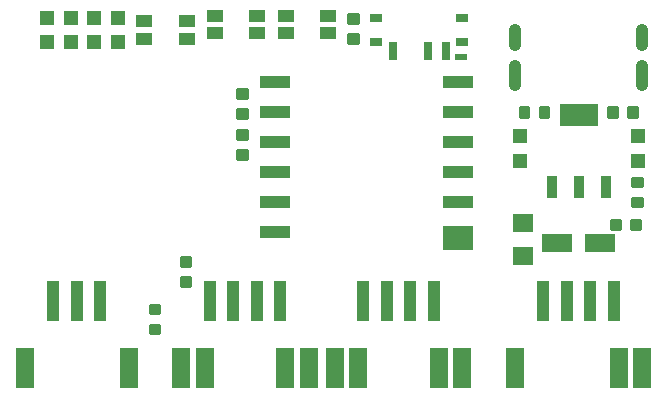
<source format=gbr>
G04 EAGLE Gerber RS-274X export*
G75*
%MOMM*%
%FSLAX34Y34*%
%LPD*%
%INSolderpaste Bottom*%
%IPPOS*%
%AMOC8*
5,1,8,0,0,1.08239X$1,22.5*%
G01*
%ADD10R,1.400000X1.050000*%
%ADD11C,0.350000*%
%ADD12R,0.889100X1.965100*%
%ADD13R,3.189100X1.965100*%
%ADD14R,1.800000X1.600000*%
%ADD15R,1.200000X1.200000*%
%ADD16C,1.000000*%
%ADD17R,2.500000X1.000000*%
%ADD18R,2.500000X2.000000*%
%ADD19R,0.700000X1.500000*%
%ADD20R,1.000000X0.800000*%
%ADD21R,1.500000X3.400000*%
%ADD22R,1.000000X3.500000*%
%ADD23R,2.600000X1.600000*%
%ADD24R,1.000000X0.600000*%


D10*
X170500Y314750D03*
X170500Y300250D03*
X134500Y300250D03*
X134500Y314750D03*
X230500Y319750D03*
X230500Y305250D03*
X194500Y305250D03*
X194500Y319750D03*
D11*
X308250Y296750D02*
X315750Y296750D01*
X308250Y296750D02*
X308250Y303250D01*
X315750Y303250D01*
X315750Y296750D01*
X315750Y300075D02*
X308250Y300075D01*
X308250Y313750D02*
X315750Y313750D01*
X308250Y313750D02*
X308250Y320250D01*
X315750Y320250D01*
X315750Y313750D01*
X315750Y317075D02*
X308250Y317075D01*
X221250Y233250D02*
X213750Y233250D01*
X213750Y239750D01*
X221250Y239750D01*
X221250Y233250D01*
X221250Y236575D02*
X213750Y236575D01*
X213750Y250250D02*
X221250Y250250D01*
X213750Y250250D02*
X213750Y256750D01*
X221250Y256750D01*
X221250Y250250D01*
X221250Y253575D02*
X213750Y253575D01*
D12*
X525500Y174774D03*
X502500Y174774D03*
X479500Y174774D03*
D13*
X502500Y235226D03*
D11*
X548750Y158250D02*
X556250Y158250D01*
X548750Y158250D02*
X548750Y164750D01*
X556250Y164750D01*
X556250Y158250D01*
X556250Y161575D02*
X548750Y161575D01*
X548750Y175250D02*
X556250Y175250D01*
X548750Y175250D02*
X548750Y181750D01*
X556250Y181750D01*
X556250Y175250D01*
X556250Y178575D02*
X548750Y178575D01*
D14*
X455000Y144000D03*
X455000Y116000D03*
D11*
X173750Y114250D02*
X166250Y114250D01*
X173750Y114250D02*
X173750Y107750D01*
X166250Y107750D01*
X166250Y114250D01*
X166250Y111075D02*
X173750Y111075D01*
X173750Y97250D02*
X166250Y97250D01*
X173750Y97250D02*
X173750Y90750D01*
X166250Y90750D01*
X166250Y97250D01*
X166250Y94075D02*
X173750Y94075D01*
D15*
X452500Y218000D03*
X452500Y197000D03*
D11*
X453250Y233750D02*
X459750Y233750D01*
X453250Y233750D02*
X453250Y241250D01*
X459750Y241250D01*
X459750Y233750D01*
X459750Y237075D02*
X453250Y237075D01*
X453250Y240400D02*
X459750Y240400D01*
X470250Y233750D02*
X476750Y233750D01*
X470250Y233750D02*
X470250Y241250D01*
X476750Y241250D01*
X476750Y233750D01*
X476750Y237075D02*
X470250Y237075D01*
X470250Y240400D02*
X476750Y240400D01*
D15*
X52500Y318000D03*
X52500Y297000D03*
X72500Y318000D03*
X72500Y297000D03*
X92500Y318000D03*
X92500Y297000D03*
X112500Y318000D03*
X112500Y297000D03*
D16*
X556500Y294800D02*
X556500Y307800D01*
X448500Y307800D02*
X448500Y294800D01*
X556500Y276750D02*
X556500Y261250D01*
X448500Y261250D02*
X448500Y276750D01*
D15*
X552500Y218000D03*
X552500Y197000D03*
D11*
X140000Y74250D02*
X140000Y67750D01*
X140000Y74250D02*
X147500Y74250D01*
X147500Y67750D01*
X140000Y67750D01*
X140000Y71075D02*
X147500Y71075D01*
X140000Y57250D02*
X140000Y50750D01*
X140000Y57250D02*
X147500Y57250D01*
X147500Y50750D01*
X140000Y50750D01*
X140000Y54075D02*
X147500Y54075D01*
D17*
X245000Y136500D03*
X245000Y161900D03*
X245000Y187300D03*
X245000Y212700D03*
X245000Y238100D03*
X245000Y263500D03*
X400000Y263500D03*
X400000Y238100D03*
X400000Y212700D03*
X400000Y187300D03*
X400000Y161900D03*
D18*
X400000Y131500D03*
D19*
X390000Y290000D03*
X375000Y290000D03*
X345000Y290000D03*
D20*
X404000Y318000D03*
X331000Y318000D03*
X404000Y297000D03*
X331000Y297000D03*
D11*
X221250Y198250D02*
X213750Y198250D01*
X213750Y204750D01*
X221250Y204750D01*
X221250Y198250D01*
X221250Y201575D02*
X213750Y201575D01*
X213750Y215250D02*
X221250Y215250D01*
X213750Y215250D02*
X213750Y221750D01*
X221250Y221750D01*
X221250Y215250D01*
X221250Y218575D02*
X213750Y218575D01*
D10*
X290500Y319750D03*
X290500Y305250D03*
X254500Y305250D03*
X254500Y319750D03*
D21*
X33500Y21000D03*
X121500Y21000D03*
D22*
X57500Y78500D03*
X77500Y78500D03*
X97500Y78500D03*
D11*
X528250Y233750D02*
X534750Y233750D01*
X528250Y233750D02*
X528250Y241250D01*
X534750Y241250D01*
X534750Y233750D01*
X534750Y237075D02*
X528250Y237075D01*
X528250Y240400D02*
X534750Y240400D01*
X545250Y233750D02*
X551750Y233750D01*
X545250Y233750D02*
X545250Y241250D01*
X551750Y241250D01*
X551750Y233750D01*
X551750Y237075D02*
X545250Y237075D01*
X545250Y240400D02*
X551750Y240400D01*
D21*
X186000Y21000D03*
X254000Y21000D03*
D22*
X190000Y78500D03*
X210000Y78500D03*
X230000Y78500D03*
X250000Y78500D03*
D21*
X166000Y21000D03*
X274000Y21000D03*
X316000Y21000D03*
X384000Y21000D03*
D22*
X320000Y78500D03*
X340000Y78500D03*
X360000Y78500D03*
X380000Y78500D03*
D21*
X296000Y21000D03*
X404000Y21000D03*
D11*
X530750Y138750D02*
X537250Y138750D01*
X530750Y138750D02*
X530750Y146250D01*
X537250Y146250D01*
X537250Y138750D01*
X537250Y142075D02*
X530750Y142075D01*
X530750Y145400D02*
X537250Y145400D01*
X547750Y138750D02*
X554250Y138750D01*
X547750Y138750D02*
X547750Y146250D01*
X554250Y146250D01*
X554250Y138750D01*
X554250Y142075D02*
X547750Y142075D01*
X547750Y145400D02*
X554250Y145400D01*
D23*
X520500Y127500D03*
X484500Y127500D03*
D21*
X448500Y21000D03*
X556500Y21000D03*
D22*
X532500Y78500D03*
X512500Y78500D03*
X492500Y78500D03*
X472500Y78500D03*
D21*
X536500Y21000D03*
D24*
X402500Y285000D03*
M02*

</source>
